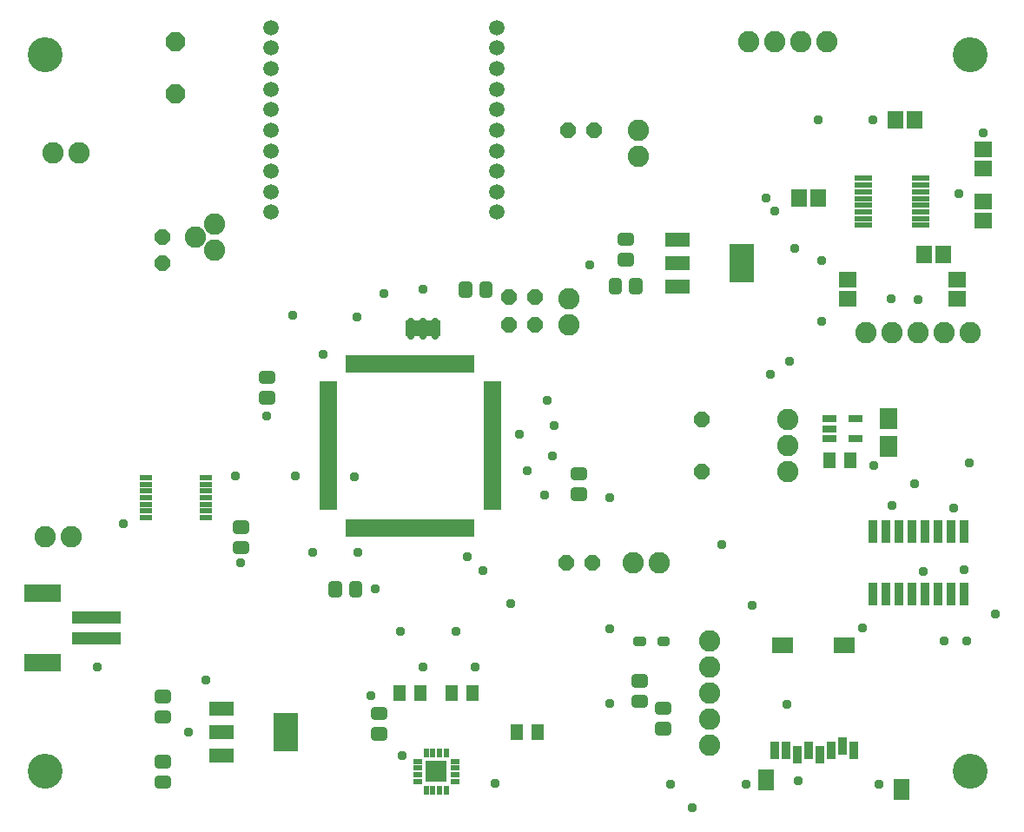
<source format=gbr>
G04 EAGLE Gerber RS-274X export*
G75*
%MOMM*%
%FSLAX34Y34*%
%LPD*%
%INSoldermask Top*%
%IPPOS*%
%AMOC8*
5,1,8,0,0,1.08239X$1,22.5*%
G01*
%ADD10P,1.951982X8X292.500000*%
%ADD11R,1.303200X1.603200*%
%ADD12R,1.703200X2.153200*%
%ADD13R,1.503200X1.703200*%
%ADD14R,2.438400X1.422400*%
%ADD15R,2.403200X3.803200*%
%ADD16R,0.553200X0.903200*%
%ADD17R,0.903200X0.553200*%
%ADD18R,2.000000X2.000000*%
%ADD19R,0.863600X2.235200*%
%ADD20R,1.403200X0.753200*%
%ADD21R,4.803200X1.203200*%
%ADD22R,3.603200X1.803200*%
%ADD23C,2.082800*%
%ADD24P,1.649562X8X112.500000*%
%ADD25R,1.703200X1.503200*%
%ADD26P,1.649562X8X22.500000*%
%ADD27C,0.601919*%
%ADD28C,0.755853*%
%ADD29R,1.676400X0.558800*%
%ADD30R,1.703200X0.503200*%
%ADD31R,0.503200X1.703200*%
%ADD32R,1.193800X0.508000*%
%ADD33R,1.603200X2.103200*%
%ADD34R,2.003200X1.603200*%
%ADD35R,0.903200X1.703200*%
%ADD36C,1.511200*%
%ADD37C,0.653200*%
%ADD38R,3.495038X1.534156*%
%ADD39C,3.403200*%
%ADD40C,0.959600*%


D10*
X177800Y762000D03*
X177800Y711200D03*
D11*
X510700Y88900D03*
X530700Y88900D03*
X447200Y127000D03*
X467200Y127000D03*
X396400Y127000D03*
X416400Y127000D03*
D12*
X872490Y394750D03*
X872490Y367250D03*
D11*
X815500Y354330D03*
X835500Y354330D03*
D13*
X804520Y609600D03*
X785520Y609600D03*
X879500Y685800D03*
X898500Y685800D03*
D14*
X223012Y112014D03*
X223012Y88900D03*
X223012Y65786D03*
D15*
X284990Y88900D03*
D14*
X667512Y569214D03*
X667512Y546100D03*
X667512Y522986D03*
D15*
X729490Y546100D03*
D16*
X428550Y32550D03*
X422050Y32550D03*
X435050Y32550D03*
X441550Y32550D03*
D17*
X450300Y41050D03*
X450300Y47300D03*
X450300Y54050D03*
X450300Y60550D03*
D16*
X441550Y69050D03*
X435050Y69050D03*
X428550Y69050D03*
X422050Y69050D03*
D17*
X413550Y60550D03*
X413550Y54050D03*
X413550Y47550D03*
X413550Y41050D03*
D18*
X431800Y50800D03*
D19*
X857250Y223266D03*
X857250Y284734D03*
X869950Y223266D03*
X882650Y223266D03*
X869950Y284734D03*
X882650Y284734D03*
X895350Y223266D03*
X895350Y284734D03*
X908050Y223266D03*
X908050Y284734D03*
X920750Y223266D03*
X933450Y223266D03*
X920750Y284734D03*
X933450Y284734D03*
X946150Y223266D03*
X946150Y284734D03*
D20*
X815040Y394310D03*
X815040Y384810D03*
X815040Y375310D03*
X841040Y375310D03*
X841040Y394310D03*
D21*
X100500Y180500D03*
X100500Y200500D03*
D22*
X48500Y156500D03*
X48500Y224500D03*
D23*
X774700Y342900D03*
X774700Y368300D03*
X774700Y393700D03*
X623570Y254000D03*
X648970Y254000D03*
X50800Y279400D03*
X76200Y279400D03*
X83820Y654050D03*
X58420Y654050D03*
X812800Y762000D03*
X787400Y762000D03*
X762000Y762000D03*
X736600Y762000D03*
X628650Y675640D03*
X628650Y650240D03*
X698500Y177800D03*
X698500Y152400D03*
X698500Y127000D03*
X698500Y101600D03*
X698500Y76200D03*
X215900Y558800D03*
X196850Y571500D03*
X215900Y584200D03*
D24*
X690880Y342900D03*
X690880Y393700D03*
D25*
X833120Y511200D03*
X833120Y530200D03*
X965200Y606400D03*
X965200Y587400D03*
X965200Y638200D03*
X965200Y657200D03*
D26*
X560070Y675640D03*
X585470Y675640D03*
D24*
X165100Y546100D03*
X165100Y571500D03*
D26*
X558800Y254000D03*
X584200Y254000D03*
D13*
X907440Y554990D03*
X926440Y554990D03*
D25*
X939800Y511200D03*
X939800Y530200D03*
D27*
X632857Y175793D02*
X626843Y175793D01*
X626843Y179807D01*
X632857Y179807D01*
X632857Y175793D01*
X649843Y175793D02*
X655857Y175793D01*
X649843Y175793D02*
X649843Y179807D01*
X655857Y179807D01*
X655857Y175793D01*
D28*
X335637Y224363D02*
X330163Y224363D01*
X330163Y232837D01*
X335637Y232837D01*
X335637Y224363D01*
X335637Y231544D02*
X330163Y231544D01*
X350163Y224363D02*
X355637Y224363D01*
X350163Y224363D02*
X350163Y232837D01*
X355637Y232837D01*
X355637Y224363D01*
X355637Y231544D02*
X350163Y231544D01*
X611713Y567333D02*
X611713Y572807D01*
X620187Y572807D01*
X620187Y567333D01*
X611713Y567333D01*
X611713Y552807D02*
X611713Y547333D01*
X611713Y552807D02*
X620187Y552807D01*
X620187Y547333D01*
X611713Y547333D01*
D29*
X904494Y583040D03*
X904494Y589644D03*
X904494Y596248D03*
X904494Y602598D03*
X904494Y609202D03*
X904494Y615552D03*
X904494Y622156D03*
X904494Y628760D03*
X848106Y628760D03*
X848106Y622156D03*
X848106Y615552D03*
X848106Y609202D03*
X848106Y602598D03*
X848106Y596248D03*
X848106Y589644D03*
X848106Y583040D03*
D28*
X648543Y115607D02*
X648543Y110133D01*
X648543Y115607D02*
X657017Y115607D01*
X657017Y110133D01*
X648543Y110133D01*
X648543Y95607D02*
X648543Y90133D01*
X648543Y95607D02*
X657017Y95607D01*
X657017Y90133D01*
X648543Y90133D01*
X625683Y136803D02*
X625683Y142277D01*
X634157Y142277D01*
X634157Y136803D01*
X625683Y136803D01*
X625683Y122277D02*
X625683Y116803D01*
X625683Y122277D02*
X634157Y122277D01*
X634157Y116803D01*
X625683Y116803D01*
X574467Y318733D02*
X574467Y324207D01*
X574467Y318733D02*
X565993Y318733D01*
X565993Y324207D01*
X574467Y324207D01*
X574467Y338733D02*
X574467Y344207D01*
X574467Y338733D02*
X565993Y338733D01*
X565993Y344207D01*
X574467Y344207D01*
X482637Y524937D02*
X477163Y524937D01*
X482637Y524937D02*
X482637Y516463D01*
X477163Y516463D01*
X477163Y524937D01*
X477163Y523644D02*
X482637Y523644D01*
X462637Y524937D02*
X457163Y524937D01*
X462637Y524937D02*
X462637Y516463D01*
X457163Y516463D01*
X457163Y524937D01*
X457163Y523644D02*
X462637Y523644D01*
X262463Y438187D02*
X262463Y432713D01*
X262463Y438187D02*
X270937Y438187D01*
X270937Y432713D01*
X262463Y432713D01*
X262463Y418187D02*
X262463Y412713D01*
X262463Y418187D02*
X270937Y418187D01*
X270937Y412713D01*
X262463Y412713D01*
X169337Y43537D02*
X169337Y38063D01*
X160863Y38063D01*
X160863Y43537D01*
X169337Y43537D01*
X169337Y58063D02*
X169337Y63537D01*
X169337Y58063D02*
X160863Y58063D01*
X160863Y63537D01*
X169337Y63537D01*
X160863Y121563D02*
X160863Y127037D01*
X169337Y127037D01*
X169337Y121563D01*
X160863Y121563D01*
X160863Y107037D02*
X160863Y101563D01*
X160863Y107037D02*
X169337Y107037D01*
X169337Y101563D01*
X160863Y101563D01*
X623213Y528747D02*
X628687Y528747D01*
X628687Y520273D01*
X623213Y520273D01*
X623213Y528747D01*
X623213Y527454D02*
X628687Y527454D01*
X608687Y528747D02*
X603213Y528747D01*
X608687Y528747D02*
X608687Y520273D01*
X603213Y520273D01*
X603213Y528747D01*
X603213Y527454D02*
X608687Y527454D01*
D30*
X486400Y308300D03*
X486400Y313300D03*
X486400Y318300D03*
X486400Y323300D03*
X486400Y328300D03*
X486400Y333300D03*
X486400Y338300D03*
X486400Y343300D03*
X486400Y348300D03*
X486400Y353300D03*
X486400Y358300D03*
X486400Y363300D03*
X486400Y368300D03*
X486400Y373300D03*
X486400Y378300D03*
X486400Y383300D03*
X486400Y388300D03*
X486400Y393300D03*
X486400Y398300D03*
X486400Y403300D03*
X486400Y408300D03*
X486400Y413300D03*
X486400Y418300D03*
X486400Y423300D03*
X486400Y428300D03*
D31*
X466400Y448300D03*
X461400Y448300D03*
X456400Y448300D03*
X451400Y448300D03*
X446400Y448300D03*
X441400Y448300D03*
X436400Y448300D03*
X431400Y448300D03*
X426400Y448300D03*
X421400Y448300D03*
X416400Y448300D03*
X411400Y448300D03*
X406400Y448300D03*
X401400Y448300D03*
X396400Y448300D03*
X391400Y448300D03*
X386400Y448300D03*
X381400Y448300D03*
X376400Y448300D03*
X371400Y448300D03*
X366400Y448300D03*
X361400Y448300D03*
X356400Y448300D03*
X351400Y448300D03*
X346400Y448300D03*
D30*
X326400Y428300D03*
X326400Y423300D03*
X326400Y418300D03*
X326400Y413300D03*
X326400Y408300D03*
X326400Y403300D03*
X326400Y398300D03*
X326400Y393300D03*
X326400Y388300D03*
X326400Y383300D03*
X326400Y378300D03*
X326400Y373300D03*
X326400Y368300D03*
X326400Y363300D03*
X326400Y358300D03*
X326400Y353300D03*
X326400Y348300D03*
X326400Y343300D03*
X326400Y338300D03*
X326400Y333300D03*
X326400Y328300D03*
X326400Y323300D03*
X326400Y318300D03*
X326400Y313300D03*
X326400Y308300D03*
D31*
X346400Y288300D03*
X351400Y288300D03*
X356400Y288300D03*
X361400Y288300D03*
X366400Y288300D03*
X371400Y288300D03*
X376400Y288300D03*
X381400Y288300D03*
X386400Y288300D03*
X391400Y288300D03*
X396400Y288300D03*
X401400Y288300D03*
X406400Y288300D03*
X411400Y288300D03*
X416400Y288300D03*
X421400Y288300D03*
X426400Y288300D03*
X431400Y288300D03*
X436400Y288300D03*
X441400Y288300D03*
X446400Y288300D03*
X451400Y288300D03*
X456400Y288300D03*
X461400Y288300D03*
X466400Y288300D03*
D32*
X148622Y337000D03*
X148622Y330500D03*
X148622Y324000D03*
X148622Y317500D03*
X148622Y311000D03*
X148622Y304500D03*
X148622Y298000D03*
X206978Y298000D03*
X206978Y304500D03*
X206978Y311000D03*
X206978Y317500D03*
X206978Y324000D03*
X206978Y330500D03*
X206978Y337000D03*
D33*
X753300Y42400D03*
X885300Y33400D03*
D34*
X769300Y173400D03*
X829300Y173400D03*
D35*
X762300Y71400D03*
X773300Y71400D03*
X784300Y67400D03*
X795300Y71400D03*
X806300Y67400D03*
X817300Y71400D03*
X828300Y75400D03*
X839300Y71400D03*
D36*
X271000Y775800D03*
X271000Y755800D03*
X271000Y735800D03*
X271000Y715800D03*
X271000Y695800D03*
X271000Y675800D03*
X271000Y655800D03*
X271000Y635800D03*
X271000Y615800D03*
X271000Y595800D03*
X491000Y595800D03*
X491000Y615800D03*
X491000Y635800D03*
X491000Y655800D03*
X491000Y675800D03*
X491000Y695800D03*
X491000Y715800D03*
X491000Y735800D03*
X491000Y755800D03*
X491000Y775800D03*
D37*
X431100Y489875D02*
X431100Y475325D01*
X419100Y475325D02*
X419100Y489875D01*
X407100Y489875D02*
X407100Y475325D01*
D38*
X419125Y482625D03*
D39*
X50800Y749300D03*
X952500Y749300D03*
X50800Y50800D03*
X952500Y50800D03*
D28*
X237063Y286663D02*
X237063Y292137D01*
X245537Y292137D01*
X245537Y286663D01*
X237063Y286663D01*
X237063Y272137D02*
X237063Y266663D01*
X237063Y272137D02*
X245537Y272137D01*
X245537Y266663D01*
X237063Y266663D01*
X380157Y90527D02*
X380157Y85053D01*
X371683Y85053D01*
X371683Y90527D01*
X380157Y90527D01*
X380157Y105053D02*
X380157Y110527D01*
X380157Y105053D02*
X371683Y105053D01*
X371683Y110527D01*
X380157Y110527D01*
D23*
X850900Y478790D03*
X876300Y478790D03*
X901700Y478790D03*
X927100Y478790D03*
X952500Y478790D03*
X561340Y486410D03*
X561340Y511810D03*
D26*
X502920Y486410D03*
X528320Y486410D03*
X502920Y513080D03*
X528320Y513080D03*
D40*
X600964Y189738D03*
X600710Y116840D03*
X951230Y351790D03*
X897890Y331470D03*
X709930Y271780D03*
X803910Y685800D03*
X857250Y685800D03*
X600710Y317500D03*
X520700Y344170D03*
X537210Y320040D03*
X477520Y246380D03*
X355600Y264160D03*
X311150Y264160D03*
X757936Y437896D03*
X762000Y596900D03*
X236220Y339090D03*
X294640Y339090D03*
X781812Y560832D03*
X512826Y379476D03*
X451104Y186944D03*
X397002Y187452D03*
X381000Y516890D03*
X354330Y494030D03*
X504698Y214376D03*
X847090Y191008D03*
X976630Y204470D03*
X901700Y510540D03*
X547116Y388112D03*
X776732Y450342D03*
X906780Y245364D03*
X875690Y511200D03*
X739902Y212598D03*
X774192Y116078D03*
X540512Y412496D03*
X807466Y489712D03*
X807720Y548640D03*
X321818Y457200D03*
X351790Y337820D03*
X681228Y15748D03*
X927100Y177800D03*
X101600Y152400D03*
X266700Y397510D03*
X544830Y358140D03*
X462280Y260350D03*
X372110Y228600D03*
X419100Y152400D03*
X734060Y38100D03*
X863600Y38100D03*
X784860Y41910D03*
X948690Y177800D03*
X876300Y309880D03*
X935990Y307340D03*
X858520Y349250D03*
X941070Y614028D03*
X965200Y673100D03*
X753110Y609600D03*
X581660Y544830D03*
X190500Y88900D03*
X488950Y39370D03*
X469900Y152400D03*
X368300Y124460D03*
X419100Y520700D03*
X946150Y247650D03*
X127000Y292100D03*
X241300Y254000D03*
X207010Y139700D03*
X398780Y66040D03*
X660400Y38100D03*
X292100Y495300D03*
M02*

</source>
